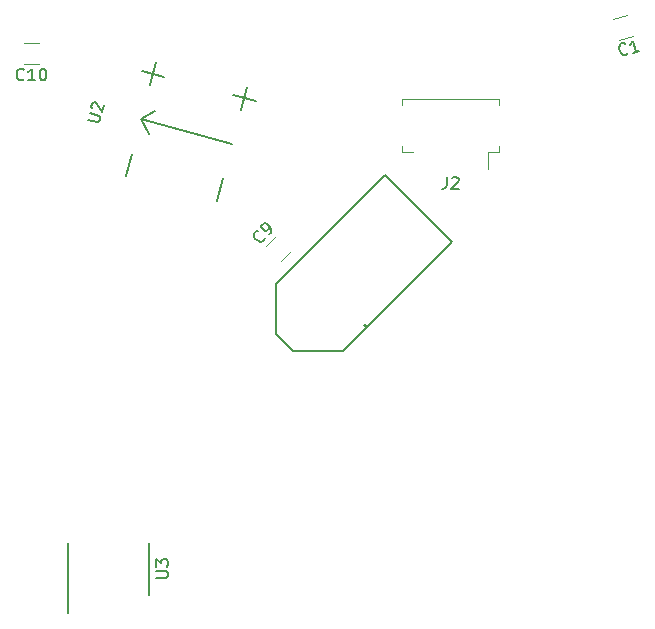
<source format=gto>
G04 #@! TF.GenerationSoftware,KiCad,Pcbnew,5.0.2+dfsg1-1*
G04 #@! TF.CreationDate,2021-09-10T13:16:56+02:00*
G04 #@! TF.ProjectId,edgedriver,65646765-6472-4697-9665-722e6b696361,rev?*
G04 #@! TF.SameCoordinates,Original*
G04 #@! TF.FileFunction,Legend,Top*
G04 #@! TF.FilePolarity,Positive*
%FSLAX46Y46*%
G04 Gerber Fmt 4.6, Leading zero omitted, Abs format (unit mm)*
G04 Created by KiCad (PCBNEW 5.0.2+dfsg1-1) date Fri 10 Sep 2021 01:16:56 PM CEST*
%MOMM*%
%LPD*%
G01*
G04 APERTURE LIST*
%ADD10C,0.150000*%
%ADD11C,0.200000*%
%ADD12C,0.120000*%
G04 APERTURE END LIST*
D10*
G04 #@! TO.C,J1*
X8485281Y2828427D02*
X7778175Y2121320D01*
X2828427Y8485281D02*
X8485281Y2828427D01*
X-6363961Y-707107D02*
X2828427Y8485281D01*
X-6363961Y-4949747D02*
X-6363961Y-707107D01*
X-4949747Y-6363961D02*
X-6363961Y-4949747D01*
X-707107Y-6363961D02*
X-4949747Y-6363961D01*
X7778175Y2121320D02*
X-707107Y-6363961D01*
G04 #@! TO.C,U3*
X-17132000Y-27055000D02*
X-17132000Y-22605000D01*
X-24032000Y-28580000D02*
X-24032000Y-22605000D01*
D11*
G04 #@! TO.C,U1*
X1263063Y-4249931D02*
G75*
G03X1263063Y-4249931I-100000J0D01*
G01*
D10*
G04 #@! TO.C,U2*
X-8105095Y14761608D02*
X-10036946Y15279246D01*
X-8812201Y15986353D02*
X-9329840Y14054501D01*
X-10882754Y8258946D02*
X-11400392Y6327095D01*
X-18610160Y10329499D02*
X-19127799Y8397647D01*
X-16539608Y18056905D02*
X-17057246Y16125054D01*
X-15832501Y16832160D02*
X-17764353Y17349799D01*
X-10106297Y11156724D02*
X-17833703Y13227276D01*
X-17833703Y13227276D02*
X-17126597Y12002531D01*
X-17833703Y13227276D02*
X-16608958Y13934383D01*
D12*
G04 #@! TO.C,J2*
X12510000Y10940000D02*
X12510000Y10490000D01*
X12510000Y10490000D02*
X11560000Y10490000D01*
X11560000Y10490000D02*
X11560000Y9000000D01*
X4290000Y10940000D02*
X4290000Y10490000D01*
X4290000Y10490000D02*
X5240000Y10490000D01*
X12510000Y14460000D02*
X12510000Y14910000D01*
X12510000Y14910000D02*
X4290000Y14910000D01*
X4290000Y14910000D02*
X4290000Y14460000D01*
G04 #@! TO.C,C1*
X23817074Y20276833D02*
X22653976Y19965182D01*
X23346024Y22034818D02*
X22182926Y21723167D01*
G04 #@! TO.C,C9*
X-7269191Y2517744D02*
X-6417744Y3369191D01*
X-5982256Y1230809D02*
X-5130809Y2082256D01*
G04 #@! TO.C,C10*
X-26497936Y19710000D02*
X-27702064Y19710000D01*
X-26497936Y17890000D02*
X-27702064Y17890000D01*
G04 #@! TO.C,U3*
D10*
X-16547619Y-25591904D02*
X-15738095Y-25591904D01*
X-15642857Y-25544285D01*
X-15595238Y-25496666D01*
X-15547619Y-25401428D01*
X-15547619Y-25210952D01*
X-15595238Y-25115714D01*
X-15642857Y-25068095D01*
X-15738095Y-25020476D01*
X-16547619Y-25020476D01*
X-16547619Y-24639523D02*
X-16547619Y-24020476D01*
X-16166666Y-24353809D01*
X-16166666Y-24210952D01*
X-16119047Y-24115714D01*
X-16071428Y-24068095D01*
X-15976190Y-24020476D01*
X-15738095Y-24020476D01*
X-15642857Y-24068095D01*
X-15595238Y-24115714D01*
X-15547619Y-24210952D01*
X-15547619Y-24496666D01*
X-15595238Y-24591904D01*
X-15642857Y-24639523D01*
G04 #@! TO.C,U2*
X-22326154Y13205790D02*
X-21544214Y12996270D01*
X-21439897Y13017617D01*
X-21381576Y13051289D01*
X-21310930Y13130957D01*
X-21261631Y13314943D01*
X-21282978Y13419261D01*
X-21316650Y13477582D01*
X-21396318Y13548228D01*
X-22178258Y13757748D01*
X-21975342Y14147067D02*
X-22009014Y14205388D01*
X-22030361Y14309705D01*
X-21968738Y14539688D01*
X-21898092Y14619356D01*
X-21839770Y14653028D01*
X-21735453Y14674375D01*
X-21643460Y14649725D01*
X-21517795Y14566755D01*
X-21113734Y13866901D01*
X-20953513Y14464855D01*
G04 #@! TO.C,J2*
X8066666Y8347619D02*
X8066666Y7633333D01*
X8019047Y7490476D01*
X7923809Y7395238D01*
X7780952Y7347619D01*
X7685714Y7347619D01*
X8495238Y8252380D02*
X8542857Y8300000D01*
X8638095Y8347619D01*
X8876190Y8347619D01*
X8971428Y8300000D01*
X9019047Y8252380D01*
X9066666Y8157142D01*
X9066666Y8061904D01*
X9019047Y7919047D01*
X8447619Y7347619D01*
X9066666Y7347619D01*
G04 #@! TO.C,C1*
X23402498Y18853904D02*
X23368826Y18795583D01*
X23243162Y18712613D01*
X23151169Y18687963D01*
X23000855Y18696986D01*
X22884212Y18764329D01*
X22813566Y18843997D01*
X22718271Y19015658D01*
X22681297Y19153648D01*
X22677995Y19349958D01*
X22699342Y19454276D01*
X22766685Y19570918D01*
X22892350Y19653889D01*
X22984343Y19678539D01*
X23134657Y19669516D01*
X23192978Y19635844D01*
X24347077Y19008406D02*
X23795119Y18860509D01*
X24071098Y18934458D02*
X23812279Y19900383D01*
X23757260Y19737745D01*
X23689917Y19621102D01*
X23610249Y19550456D01*
G04 #@! TO.C,C9*
X-7352246Y3216544D02*
X-7352246Y3149201D01*
X-7419590Y3014514D01*
X-7486934Y2947170D01*
X-7621621Y2879827D01*
X-7756308Y2879827D01*
X-7857323Y2913498D01*
X-8025682Y3014514D01*
X-8126697Y3115529D01*
X-8227712Y3283888D01*
X-8261384Y3384903D01*
X-8261384Y3519590D01*
X-8194040Y3654277D01*
X-8126697Y3721621D01*
X-7992010Y3788964D01*
X-7924666Y3788964D01*
X-6948185Y3485918D02*
X-6813498Y3620605D01*
X-6779827Y3721621D01*
X-6779827Y3788964D01*
X-6813498Y3957323D01*
X-6914514Y4125682D01*
X-7183888Y4395056D01*
X-7284903Y4428727D01*
X-7352246Y4428727D01*
X-7453262Y4395056D01*
X-7587949Y4260369D01*
X-7621621Y4159353D01*
X-7621621Y4092010D01*
X-7587949Y3990995D01*
X-7419590Y3822636D01*
X-7318575Y3788964D01*
X-7251231Y3788964D01*
X-7150216Y3822636D01*
X-7015529Y3957323D01*
X-6981857Y4058338D01*
X-6981857Y4125682D01*
X-7015529Y4226697D01*
G04 #@! TO.C,C10*
X-27742857Y16622857D02*
X-27790476Y16575238D01*
X-27933333Y16527619D01*
X-28028571Y16527619D01*
X-28171428Y16575238D01*
X-28266666Y16670476D01*
X-28314285Y16765714D01*
X-28361904Y16956190D01*
X-28361904Y17099047D01*
X-28314285Y17289523D01*
X-28266666Y17384761D01*
X-28171428Y17480000D01*
X-28028571Y17527619D01*
X-27933333Y17527619D01*
X-27790476Y17480000D01*
X-27742857Y17432380D01*
X-26790476Y16527619D02*
X-27361904Y16527619D01*
X-27076190Y16527619D02*
X-27076190Y17527619D01*
X-27171428Y17384761D01*
X-27266666Y17289523D01*
X-27361904Y17241904D01*
X-26171428Y17527619D02*
X-26076190Y17527619D01*
X-25980952Y17480000D01*
X-25933333Y17432380D01*
X-25885714Y17337142D01*
X-25838095Y17146666D01*
X-25838095Y16908571D01*
X-25885714Y16718095D01*
X-25933333Y16622857D01*
X-25980952Y16575238D01*
X-26076190Y16527619D01*
X-26171428Y16527619D01*
X-26266666Y16575238D01*
X-26314285Y16622857D01*
X-26361904Y16718095D01*
X-26409523Y16908571D01*
X-26409523Y17146666D01*
X-26361904Y17337142D01*
X-26314285Y17432380D01*
X-26266666Y17480000D01*
X-26171428Y17527619D01*
G04 #@! TD*
M02*

</source>
